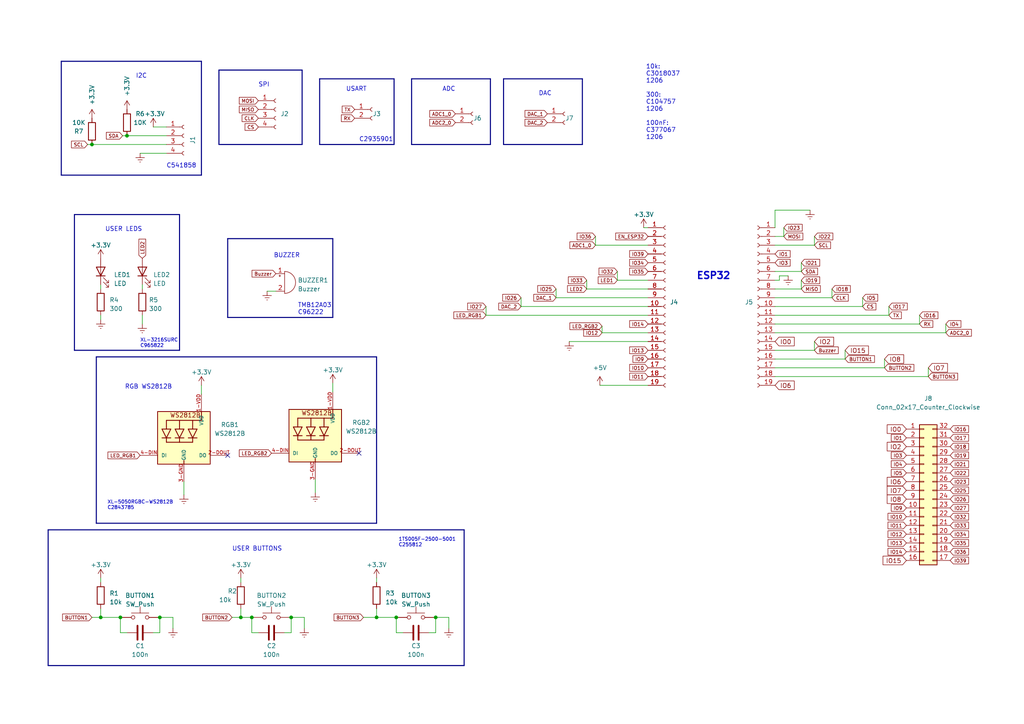
<source format=kicad_sch>
(kicad_sch (version 20230121) (generator eeschema)
  (paper "A4")
  (lib_symbols
    (symbol "Connector:Conn_01x02_Socket" (pin_names (offset 1.016) hide)
      (property "Reference" "J" (at 0 2.54 0))
      (property "Value" "Conn_01x02_Socket" (at 0 -5.08 0))
      (symbol "Conn_01x02_Socket_1_1"
        (arc (start 0 -2.032) (mid -0.5058 -2.54) (end 0 -3.048) (stroke (width 0.1524)))
        (polyline (pts (xy -1.27 -2.54) (xy -0.508 -2.54)) (stroke (width 0.1524)))
        (polyline (pts (xy -1.27 0) (xy -0.508 0)) (stroke (width 0.1524)))
        (arc (start 0 0.508) (mid -0.5058 0) (end 0 -0.508) (stroke (width 0.1524)))
        (pin passive line (at -5.08 0 0) (length 3.81) (name "Pin_1") (number "1"))
        (pin passive line (at -5.08 -2.54 0) (length 3.81) (name "Pin_2") (number "2"))
      )
    )
    (symbol "Connector:Conn_01x04_Socket" (pin_names (offset 1.016) hide)
      (property "Reference" "J" (at 0 5.08 0))
      (property "Value" "Conn_01x04_Socket" (at 0 -7.62 0))
      (symbol "Conn_01x04_Socket_1_1"
        (arc (start 0 -4.572) (mid -0.5058 -5.08) (end 0 -5.588) (stroke (width 0.1524)))
        (arc (start 0 -2.032) (mid -0.5058 -2.54) (end 0 -3.048) (stroke (width 0.1524)))
        (polyline (pts (xy -1.27 -5.08) (xy -0.508 -5.08)) (stroke (width 0.1524)))
        (polyline (pts (xy -1.27 -2.54) (xy -0.508 -2.54)) (stroke (width 0.1524)))
        (polyline (pts (xy -1.27 0) (xy -0.508 0)) (stroke (width 0.1524)))
        (polyline (pts (xy -1.27 2.54) (xy -0.508 2.54)) (stroke (width 0.1524)))
        (arc (start 0 0.508) (mid -0.5058 0) (end 0 -0.508) (stroke (width 0.1524)))
        (arc (start 0 3.048) (mid -0.5058 2.54) (end 0 2.032) (stroke (width 0.1524)))
        (pin passive line (at -5.08 2.54 0) (length 3.81) (name "Pin_1") (number "1"))
        (pin passive line (at -5.08 0 0) (length 3.81) (name "Pin_2") (number "2"))
        (pin passive line (at -5.08 -2.54 0) (length 3.81) (name "Pin_3") (number "3"))
        (pin passive line (at -5.08 -5.08 0) (length 3.81) (name "Pin_4") (number "4"))
      )
    )
    (symbol "Connector:Conn_01x19_Socket" (pin_names (offset 1.016) hide)
      (property "Reference" "J" (at 0 25.4 0))
      (property "Value" "Conn_01x19_Socket" (at 0 -25.4 0))
      (symbol "Conn_01x19_Socket_1_1"
        (arc (start 0 -22.352) (mid -0.5058 -22.86) (end 0 -23.368) (stroke (width 0.1524)))
        (arc (start 0 -19.812) (mid -0.5058 -20.32) (end 0 -20.828) (stroke (width 0.1524)))
        (arc (start 0 -17.272) (mid -0.5058 -17.78) (end 0 -18.288) (stroke (width 0.1524)))
        (arc (start 0 -14.732) (mid -0.5058 -15.24) (end 0 -15.748) (stroke (width 0.1524)))
        (arc (start 0 -12.192) (mid -0.5058 -12.7) (end 0 -13.208) (stroke (width 0.1524)))
        (arc (start 0 -9.652) (mid -0.5058 -10.16) (end 0 -10.668) (stroke (width 0.1524)))
        (arc (start 0 -7.112) (mid -0.5058 -7.62) (end 0 -8.128) (stroke (width 0.1524)))
        (arc (start 0 -4.572) (mid -0.5058 -5.08) (end 0 -5.588) (stroke (width 0.1524)))
        (arc (start 0 -2.032) (mid -0.5058 -2.54) (end 0 -3.048) (stroke (width 0.1524)))
        (polyline (pts (xy -1.27 -22.86) (xy -0.508 -22.86)) (stroke (width 0.1524)))
        (polyline (pts (xy -1.27 -20.32) (xy -0.508 -20.32)) (stroke (width 0.1524)))
        (polyline (pts (xy -1.27 -17.78) (xy -0.508 -17.78)) (stroke (width 0.1524)))
        (polyline (pts (xy -1.27 -15.24) (xy -0.508 -15.24)) (stroke (width 0.1524)))
        (polyline (pts (xy -1.27 -12.7) (xy -0.508 -12.7)) (stroke (width 0.1524)))
        (polyline (pts (xy -1.27 -10.16) (xy -0.508 -10.16)) (stroke (width 0.1524)))
        (polyline (pts (xy -1.27 -7.62) (xy -0.508 -7.62)) (stroke (width 0.1524)))
        (polyline (pts (xy -1.27 -5.08) (xy -0.508 -5.08)) (stroke (width 0.1524)))
        (polyline (pts (xy -1.27 -2.54) (xy -0.508 -2.54)) (stroke (width 0.1524)))
        (polyline (pts (xy -1.27 0) (xy -0.508 0)) (stroke (width 0.1524)))
        (polyline (pts (xy -1.27 2.54) (xy -0.508 2.54)) (stroke (width 0.1524)))
        (polyline (pts (xy -1.27 5.08) (xy -0.508 5.08)) (stroke (width 0.1524)))
        (polyline (pts (xy -1.27 7.62) (xy -0.508 7.62)) (stroke (width 0.1524)))
        (polyline (pts (xy -1.27 10.16) (xy -0.508 10.16)) (stroke (width 0.1524)))
        (polyline (pts (xy -1.27 12.7) (xy -0.508 12.7)) (stroke (width 0.1524)))
        (polyline (pts (xy -1.27 15.24) (xy -0.508 15.24)) (stroke (width 0.1524)))
        (polyline (pts (xy -1.27 17.78) (xy -0.508 17.78)) (stroke (width 0.1524)))
        (polyline (pts (xy -1.27 20.32) (xy -0.508 20.32)) (stroke (width 0.1524)))
        (polyline (pts (xy -1.27 22.86) (xy -0.508 22.86)) (stroke (width 0.1524)))
        (arc (start 0 0.508) (mid -0.5058 0) (end 0 -0.508) (stroke (width 0.1524)))
        (arc (start 0 3.048) (mid -0.5058 2.54) (end 0 2.032) (stroke (width 0.1524)))
        (arc (start 0 5.588) (mid -0.5058 5.08) (end 0 4.572) (stroke (width 0.1524)))
        (arc (start 0 8.128) (mid -0.5058 7.62) (end 0 7.112) (stroke (width 0.1524)))
        (arc (start 0 10.668) (mid -0.5058 10.16) (end 0 9.652) (stroke (width 0.1524)))
        (arc (start 0 13.208) (mid -0.5058 12.7) (end 0 12.192) (stroke (width 0.1524)))
        (arc (start 0 15.748) (mid -0.5058 15.24) (end 0 14.732) (stroke (width 0.1524)))
        (arc (start 0 18.288) (mid -0.5058 17.78) (end 0 17.272) (stroke (width 0.1524)))
        (arc (start 0 20.828) (mid -0.5058 20.32) (end 0 19.812) (stroke (width 0.1524)))
        (arc (start 0 23.368) (mid -0.5058 22.86) (end 0 22.352) (stroke (width 0.1524)))
        (pin passive line (at -5.08 22.86 0) (length 3.81) (name "Pin_1") (number "1"))
        (pin passive line (at -5.08 0 0) (length 3.81) (name "Pin_10") (number "10"))
        (pin passive line (at -5.08 -2.54 0) (length 3.81) (name "Pin_11") (number "11"))
        (pin passive line (at -5.08 -5.08 0) (length 3.81) (name "Pin_12") (number "12"))
        (pin passive line (at -5.08 -7.62 0) (length 3.81) (name "Pin_13") (number "13"))
        (pin passive line (at -5.08 -10.16 0) (length 3.81) (name "Pin_14") (number "14"))
        (pin passive line (at -5.08 -12.7 0) (length 3.81) (name "Pin_15") (number "15"))
        (pin passive line (at -5.08 -15.24 0) (length 3.81) (name "Pin_16") (number "16"))
        (pin passive line (at -5.08 -17.78 0) (length 3.81) (name "Pin_17") (number "17"))
        (pin passive line (at -5.08 -20.32 0) (length 3.81) (name "Pin_18") (number "18"))
        (pin passive line (at -5.08 -22.86 0) (length 3.81) (name "Pin_19") (number "19"))
        (pin passive line (at -5.08 20.32 0) (length 3.81) (name "Pin_2") (number "2"))
        (pin passive line (at -5.08 17.78 0) (length 3.81) (name "Pin_3") (number "3"))
        (pin passive line (at -5.08 15.24 0) (length 3.81) (name "Pin_4") (number "4"))
        (pin passive line (at -5.08 12.7 0) (length 3.81) (name "Pin_5") (number "5"))
        (pin passive line (at -5.08 10.16 0) (length 3.81) (name "Pin_6") (number "6"))
        (pin passive line (at -5.08 7.62 0) (length 3.81) (name "Pin_7") (number "7"))
        (pin passive line (at -5.08 5.08 0) (length 3.81) (name "Pin_8") (number "8"))
        (pin passive line (at -5.08 2.54 0) (length 3.81) (name "Pin_9") (number "9"))
      )
    )
    (symbol "Connector_Generic:Conn_02x16_Counter_Clockwise" (pin_names (offset 1.016) hide)
      (property "Reference" "J" (at 1.27 20.32 0))
      (property "Value" "Conn_02x16_Counter_Clockwise" (at 1.27 -22.86 0))
      (symbol "Conn_02x16_Counter_Clockwise_1_1"
        (rectangle (start -1.27 -20.193) (end 0 -20.447) (stroke (width 0.1524)))
        (rectangle (start -1.27 -17.653) (end 0 -17.907) (stroke (width 0.1524)))
        (rectangle (start -1.27 -15.113) (end 0 -15.367) (stroke (width 0.1524)))
        (rectangle (start -1.27 -12.573) (end 0 -12.827) (stroke (width 0.1524)))
        (rectangle (start -1.27 -10.033) (end 0 -10.287) (stroke (width 0.1524)))
        (rectangle (start -1.27 -7.493) (end 0 -7.747) (stroke (width 0.1524)))
        (rectangle (start -1.27 -4.953) (end 0 -5.207) (stroke (width 0.1524)))
        (rectangle (start -1.27 -2.413) (end 0 -2.667) (stroke (width 0.1524)))
        (rectangle (start -1.27 0.127) (end 0 -0.127) (stroke (width 0.1524)))
        (rectangle (start -1.27 2.667) (end 0 2.413) (stroke (width 0.1524)))
        (rectangle (start -1.27 5.207) (end 0 4.953) (stroke (width 0.1524)))
        (rectangle (start -1.27 7.747) (end 0 7.493) (stroke (width 0.1524)))
        (rectangle (start -1.27 10.287) (end 0 10.033) (stroke (width 0.1524)))
        (rectangle (start -1.27 12.827) (end 0 12.573) (stroke (width 0.1524)))
        (rectangle (start -1.27 15.367) (end 0 15.113) (stroke (width 0.1524)))
        (rectangle (start -1.27 17.907) (end 0 17.653) (stroke (width 0.1524)))
        (rectangle (start -1.27 19.05) (end 3.81 -21.59) (stroke (width 0.254)) (fill (type background)))
        (rectangle (start 3.81 -20.193) (end 2.54 -20.447) (stroke (width 0.1524)))
        (rectangle (start 3.81 -17.653) (end 2.54 -17.907) (stroke (width 0.1524)))
        (rectangle (start 3.81 -15.113) (end 2.54 -15.367) (stroke (width 0.1524)))
        (rectangle (start 3.81 -12.573) (end 2.54 -12.827) (stroke (width 0.1524)))
        (rectangle (start 3.81 -10.033) (end 2.54 -10.287) (stroke (width 0.1524)))
        (rectangle (start 3.81 -7.493) (end 2.54 -7.747) (stroke (width 0.1524)))
        (rectangle (start 3.81 -4.953) (end 2.54 -5.207) (stroke (width 0.1524)))
        (rectangle (start 3.81 -2.413) (end 2.54 -2.667) (stroke (width 0.1524)))
        (rectangle (start 3.81 0.127) (end 2.54 -0.127) (stroke (width 0.1524)))
        (rectangle (start 3.81 2.667) (end 2.54 2.413) (stroke (width 0.1524)))
        (rectangle (start 3.81 5.207) (end 2.54 4.953) (stroke (width 0.1524)))
        (rectangle (start 3.81 7.747) (end 2.54 7.493) (stroke (width 0.1524)))
        (rectangle (start 3.81 10.287) (end 2.54 10.033) (stroke (width 0.1524)))
        (rectangle (start 3.81 12.827) (end 2.54 12.573) (stroke (width 0.1524)))
        (rectangle (start 3.81 15.367) (end 2.54 15.113) (stroke (width 0.1524)))
        (rectangle (start 3.81 17.907) (end 2.54 17.653) (stroke (width 0.1524)))
        (pin passive line (at -5.08 17.78 0) (length 3.81) (name "Pin_1") (number "1"))
        (pin passive line (at -5.08 -5.08 0) (length 3.81) (name "Pin_10") (number "10"))
        (pin passive line (at -5.08 -7.62 0) (length 3.81) (name "Pin_11") (number "11"))
        (pin passive line (at -5.08 -10.16 0) (length 3.81) (name "Pin_12") (number "12"))
        (pin passive line (at -5.08 -12.7 0) (length 3.81) (name "Pin_13") (number "13"))
        (pin passive line (at -5.08 -15.24 0) (length 3.81) (name "Pin_14") (number "14"))
        (pin passive line (at -5.08 -17.78 0) (length 3.81) (name "Pin_15") (number "15"))
        (pin passive line (at -5.08 -20.32 0) (length 3.81) (name "Pin_16") (number "16"))
        (pin passive line (at 7.62 -20.32 180) (length 3.81) (name "Pin_17") (number "17"))
        (pin passive line (at 7.62 -17.78 180) (length 3.81) (name "Pin_18") (number "18"))
        (pin passive line (at 7.62 -15.24 180) (length 3.81) (name "Pin_19") (number "19"))
        (pin passive line (at -5.08 15.24 0) (length 3.81) (name "Pin_2") (number "2"))
        (pin passive line (at 7.62 -12.7 180) (length 3.81) (name "Pin_20") (number "20"))
        (pin passive line (at 7.62 -10.16 180) (length 3.81) (name "Pin_21") (number "21"))
        (pin passive line (at 7.62 -7.62 180) (length 3.81) (name "Pin_22") (number "22"))
        (pin passive line (at 7.62 -5.08 180) (length 3.81) (name "Pin_23") (number "23"))
        (pin passive line (at 7.62 -2.54 180) (length 3.81) (name "Pin_24") (number "24"))
        (pin passive line (at 7.62 0 180) (length 3.81) (name "Pin_25") (number "25"))
        (pin passive line (at 7.62 2.54 180) (length 3.81) (name "Pin_26") (number "26"))
        (pin passive line (at 7.62 5.08 180) (length 3.81) (name "Pin_27") (number "27"))
        (pin passive line (at 7.62 7.62 180) (length 3.81) (name "Pin_28") (number "28"))
        (pin passive line (at 7.62 10.16 180) (length 3.81) (name "Pin_29") (number "29"))
        (pin passive line (at -5.08 12.7 0) (length 3.81) (name "Pin_3") (number "3"))
        (pin passive line (at 7.62 12.7 180) (length 3.81) (name "Pin_30") (number "30"))
        (pin passive line (at 7.62 15.24 180) (length 3.81) (name "Pin_31") (number "31"))
        (pin passive line (at 7.62 17.78 180) (length 3.81) (name "Pin_32") (number "32"))
        (pin passive line (at -5.08 10.16 0) (length 3.81) (name "Pin_4") (number "4"))
        (pin passive line (at -5.08 7.62 0) (length 3.81) (name "Pin_5") (number "5"))
        (pin passive line (at -5.08 5.08 0) (length 3.81) (name "Pin_6") (number "6"))
        (pin passive line (at -5.08 2.54 0) (length 3.81) (name "Pin_7") (number "7"))
        (pin passive line (at -5.08 0 0) (length 3.81) (name "Pin_8") (number "8"))
        (pin passive line (at -5.08 -2.54 0) (length 3.81) (name "Pin_9") (number "9"))
      )
    )
    (symbol "Device:Buzzer" (pin_names (offset 0.0254) hide)
      (property "Reference" "BZ" (at 3.81 1.27 0))
      (property "Value" "Buzzer" (at 3.81 -1.27 0))
      (symbol "Buzzer_0_1"
        (arc (start 0 -3.175) (mid 3.1612 0) (end 0 3.175))
        (polyline (pts (xy -1.651 1.905) (xy -1.143 1.905)))
        (polyline (pts (xy -1.397 2.159) (xy -1.397 1.651)))
        (polyline (pts (xy 0 3.175) (xy 0 -3.175)))
      )
      (symbol "Buzzer_1_1"
        (pin passive line (at -2.54 2.54 0) (length 2.54) (name "-") (number "1"))
        (pin passive line (at -2.54 -2.54 0) (length 2.54) (name "+") (number "2"))
      )
    )
    (symbol "Device:C" (pin_numbers hide) (pin_names (offset 0.254))
      (property "Reference" "C" (at 0.635 2.54 0))
      (property "Value" "C" (at 0.635 -2.54 0))
      (symbol "C_0_1"
        (polyline (pts (xy -2.032 -0.762) (xy 2.032 -0.762)) (stroke (width 0.508)))
        (polyline (pts (xy -2.032 0.762) (xy 2.032 0.762)) (stroke (width 0.508)))
      )
      (symbol "C_1_1"
        (pin passive line (at 0 3.81 270) (length 2.794) (name "~") (number "1"))
        (pin passive line (at 0 -3.81 90) (length 2.794) (name "~") (number "2"))
      )
    )
    (symbol "Device:LED" (pin_numbers hide) (pin_names (offset 1.016) hide)
      (property "Reference" "D" (at 0 2.54 0))
      (property "Value" "LED" (at 0 -2.54 0))
      (symbol "LED_0_1"
        (polyline (pts (xy -1.27 -1.27) (xy -1.27 1.27)) (stroke (width 0.254)))
        (polyline (pts (xy -1.27 0) (xy 1.27 0)))
        (polyline (pts (xy 1.27 -1.27) (xy 1.27 1.27) (xy -1.27 0) (xy 1.27 -1.27)) (stroke (width 0.254)))
        (polyline (pts (xy -3.048 -0.762) (xy -4.572 -2.286) (xy -3.81 -2.286) (xy -4.572 -2.286) (xy -4.572 -1.524)))
        (polyline (pts (xy -1.778 -0.762) (xy -3.302 -2.286) (xy -2.54 -2.286) (xy -3.302 -2.286) (xy -3.302 -1.524)))
      )
      (symbol "LED_1_1"
        (pin passive line (at -3.81 0 0) (length 2.54) (name "K") (number "1"))
        (pin passive line (at 3.81 0 180) (length 2.54) (name "A") (number "2"))
      )
    )
    (symbol "Device:R" (pin_numbers hide) (pin_names (offset 0))
      (property "Reference" "R" (at 2.032 0 90))
      (property "Value" "R" (at 0 0 90))
      (symbol "R_0_1"
        (rectangle (start -1.016 -2.54) (end 1.016 2.54) (stroke (width 0.254)))
      )
      (symbol "R_1_1"
        (pin passive line (at 0 3.81 270) (length 1.27) (name "~") (number "1"))
        (pin passive line (at 0 -3.81 90) (length 1.27) (name "~") (number "2"))
      )
    )
    (symbol "Switch:SW_Push" (pin_numbers hide) (pin_names (offset 1.016) hide)
      (property "Reference" "SW" (at 1.27 2.54 0))
      (property "Value" "SW_Push" (at 0 -1.524 0))
      (symbol "SW_Push_0_1"
        (circle (center -2.032 0) (radius 0.508))
        (polyline (pts (xy 0 1.27) (xy 0 3.048)))
        (polyline (pts (xy 2.54 1.27) (xy -2.54 1.27)))
        (circle (center 2.032 0) (radius 0.508))
        (pin passive line (at -5.08 0 0) (length 2.54) (name "1") (number "1"))
        (pin passive line (at 5.08 0 180) (length 2.54) (name "2") (number "2"))
      )
    )
    (symbol "WS2812B:WS2812B" (pin_names (offset 1.016))
      (property "Reference" "LED" (at 0 0 0))
      (property "Value" "WS2812B" (at 0 0 0))
      (symbol "WS2812B_0_0"
        (rectangle (start -7.62 -5.08) (end 7.62 10.16) (stroke (width 0.254)) (fill (type background)))
        (polyline (pts (xy -6.35 2.54) (xy -5.08 2.54)) (stroke (width 0.254)))
        (polyline (pts (xy -6.35 5.08) (xy -5.08 5.08)) (stroke (width 0.254)))
        (polyline (pts (xy -5.08 2.54) (xy -6.35 5.08)) (stroke (width 0.254)))
        (polyline (pts (xy -5.08 2.54) (xy -5.08 1.27)) (stroke (width 0.254)))
        (polyline (pts (xy -5.08 2.54) (xy -3.81 5.08)) (stroke (width 0.254)))
        (polyline (pts (xy -5.08 5.08) (xy -3.81 5.08)) (stroke (width 0.254)))
        (polyline (pts (xy -5.08 7.62) (xy -5.08 5.08)) (stroke (width 0.254)))
        (polyline (pts (xy -3.81 2.54) (xy -5.08 2.54)) (stroke (width 0.254)))
        (polyline (pts (xy -2.54 2.54) (xy -1.27 2.54)) (stroke (width 0.254)))
        (polyline (pts (xy -2.54 5.08) (xy 0 5.08)) (stroke (width 0.254)))
        (polyline (pts (xy -1.27 1.27) (xy -5.08 1.27)) (stroke (width 0.254)))
        (polyline (pts (xy -1.27 2.54) (xy -2.54 5.08)) (stroke (width 0.254)))
        (polyline (pts (xy -1.27 2.54) (xy -1.27 1.27)) (stroke (width 0.254)))
        (polyline (pts (xy -1.27 2.54) (xy 0 2.54)) (stroke (width 0.254)))
        (polyline (pts (xy -1.27 5.08) (xy -1.27 7.62)) (stroke (width 0.254)))
        (polyline (pts (xy -1.27 7.62) (xy -5.08 7.62)) (stroke (width 0.254)))
        (polyline (pts (xy 0 -4.064) (xy 0 -5.08)) (stroke (width 0.254)))
        (polyline (pts (xy 0 5.08) (xy -1.27 2.54)) (stroke (width 0.254)))
        (polyline (pts (xy 1.27 5.08) (xy 2.54 2.54)) (stroke (width 0.254)))
        (polyline (pts (xy 1.27 5.08) (xy 2.54 5.08)) (stroke (width 0.254)))
        (polyline (pts (xy 2.54 1.27) (xy -1.27 1.27)) (stroke (width 0.254)))
        (polyline (pts (xy 2.54 2.54) (xy 1.27 2.54)) (stroke (width 0.254)))
        (polyline (pts (xy 2.54 2.54) (xy 2.54 1.27)) (stroke (width 0.254)))
        (polyline (pts (xy 2.54 2.54) (xy 3.81 2.54)) (stroke (width 0.254)))
        (polyline (pts (xy 2.54 2.54) (xy 3.81 5.08)) (stroke (width 0.254)))
        (polyline (pts (xy 2.54 5.08) (xy 2.54 7.62)) (stroke (width 0.254)))
        (polyline (pts (xy 2.54 7.62) (xy -1.27 7.62)) (stroke (width 0.254)))
        (polyline (pts (xy 2.54 7.62) (xy 5.08 7.62)) (stroke (width 0.254)))
        (polyline (pts (xy 3.81 5.08) (xy 2.54 5.08)) (stroke (width 0.254)))
        (polyline (pts (xy 5.08 10.16) (xy 5.08 7.62)) (stroke (width 0.254)))
        (text "WS2812B" (at -4.064 8.382 0) (effects (font (size 1.27 1.27)) (justify left bottom)))
        (pin power_in line (at 5.08 15.24 270) (length 5.08) (name "VDD") (number "1-VDD"))
        (pin output line (at 12.7 -2.54 180) (length 5.08) (name "DO") (number "2-DOUT"))
        (pin power_in line (at 0 -10.16 90) (length 5.08) (name "GND") (number "3-GND"))
        (pin input line (at -12.7 -2.54 0) (length 5.08) (name "DI") (number "4-DIN"))
      )
    )
    (symbol "power:+3.3V" (power) (pin_names (offset 0))
      (property "Value" "+3.3V" (at 0 3.556 0))
      (symbol "+3.3V_0_1"
        (polyline (pts (xy -0.762 1.27) (xy 0 2.54)))
        (polyline (pts (xy 0 0) (xy 0 2.54)))
        (polyline (pts (xy 0 2.54) (xy 0.762 1.27)))
      )
      (symbol "+3.3V_1_1"
        (pin power_in line (at 0 0 90) (length 0) hide (name "+3.3V") (number "1"))
      )
    )
    (symbol "power:+5V" (power) (pin_names (offset 0))
      (property "Value" "+5V" (at 0 3.556 0))
      (symbol "+5V_0_1"
        (polyline (pts (xy -0.762 1.27) (xy 0 2.54)))
        (polyline (pts (xy 0 0) (xy 0 2.54)))
        (polyline (pts (xy 0 2.54) (xy 0.762 1.27)))
      )
      (symbol "+5V_1_1"
        (pin power_in line (at 0 0 90) (length 0) hide (name "+5V") (number "1"))
      )
    )
    (symbol "power:Earth" (power) (pin_names (offset 0))
      (symbol "Earth_0_1"
        (polyline (pts (xy -0.635 -1.905) (xy 0.635 -1.905)))
        (polyline (pts (xy -0.127 -2.54) (xy 0.127 -2.54)))
        (polyline (pts (xy 0 -1.27) (xy 0 0)))
        (polyline (pts (xy 1.27 -1.27) (xy -1.27 -1.27)))
      )
      (symbol "Earth_1_1"
        (pin power_in line (at 0 0 270) (length 0) hide (name "Earth") (number "1"))
      )
    )
  )
  (junction (at 34.925 179.07))
  (junction (at 29.21 179.07))
  (junction (at 73.025 179.07))
  (junction (at 69.85 179.07))
  (junction (at 26.67 41.91))
  (junction (at 109.22 179.07))
  (junction (at 84.455 179.07))
  (junction (at 114.935 179.07))
  (junction (at 36.83 39.37))
  (junction (at 46.355 179.07))
  (junction (at 126.365 179.07))
  (no_connect (at 104.14 131.445))
  (no_connect (at 66.04 132.08))
  (wire (pts (xy 109.22 167.64) (xy 109.22 168.91)))
  (wire (pts (xy 224.79 60.96) (xy 224.79 66.04)))
  (wire (pts (xy 29.21 91.44) (xy 29.21 92.71)))
  (bus (pts (xy 109.22 151.765) (xy 109.22 103.505)))
  (bus (pts (xy 119.38 41.91) (xy 142.24 41.91)))
  (wire (pts (xy 84.455 179.07) (xy 83.82 179.07)))
  (wire (pts (xy 172.72 71.12) (xy 187.96 71.12)))
  (wire (pts (xy 114.935 179.07) (xy 115.57 179.07)))
  (wire (pts (xy 109.22 176.53) (xy 109.22 179.07)))
  (wire (pts (xy 29.21 176.53) (xy 29.21 179.07)))
  (wire (pts (xy 58.42 111.76) (xy 58.42 114.3)))
  (wire (pts (xy 109.22 179.07) (xy 114.935 179.07)))
  (wire (pts (xy 34.925 179.07) (xy 34.925 183.515)))
  (bus (pts (xy 27.94 103.505) (xy 109.22 103.505)))
  (wire (pts (xy 228.6 80.01) (xy 226.06 80.01)))
  (wire (pts (xy 140.97 91.44) (xy 187.96 91.44)))
  (wire (pts (xy 174.625 94.615) (xy 174.625 96.52)))
  (bus (pts (xy 96.52 69.215) (xy 66.04 69.215)))
  (bus (pts (xy 52.07 62.23) (xy 52.07 101.6)))
  (wire (pts (xy 46.355 179.07) (xy 45.72 179.07)))
  (wire (pts (xy 227.33 68.58) (xy 224.79 68.58)))
  (wire (pts (xy 48.26 44.45) (xy 40.64 44.45)))
  (wire (pts (xy 226.06 81.28) (xy 224.79 81.28)))
  (wire (pts (xy 53.34 143.51) (xy 53.34 139.7)))
  (bus (pts (xy 21.59 62.23) (xy 21.59 101.6)))
  (wire (pts (xy 241.3 86.36) (xy 224.79 86.36)))
  (wire (pts (xy 245.11 101.6) (xy 245.11 104.14)))
  (bus (pts (xy 17.78 17.78) (xy 58.42 17.78)))
  (bus (pts (xy 13.97 153.67) (xy 13.97 193.04)))
  (wire (pts (xy 236.22 101.6) (xy 224.79 101.6)))
  (bus (pts (xy 92.71 41.91) (xy 114.3 41.91)))
  (bus (pts (xy 168.91 22.86) (xy 168.91 41.91)))
  (wire (pts (xy 29.21 82.55) (xy 29.21 83.82)))
  (wire (pts (xy 73.025 179.07) (xy 73.025 183.515)))
  (bus (pts (xy 146.05 41.91) (xy 168.91 41.91)))
  (wire (pts (xy 172.72 68.58) (xy 172.72 71.12)))
  (wire (pts (xy 227.33 66.04) (xy 227.33 68.58)))
  (wire (pts (xy 226.06 80.01) (xy 226.06 81.28)))
  (bus (pts (xy 21.59 101.6) (xy 52.07 101.6)))
  (wire (pts (xy 114.935 179.07) (xy 114.935 183.515)))
  (bus (pts (xy 142.24 22.86) (xy 119.38 22.86)))
  (wire (pts (xy 36.83 183.515) (xy 34.925 183.515)))
  (wire (pts (xy 179.07 78.74) (xy 179.07 81.28)))
  (bus (pts (xy 58.42 50.8) (xy 58.42 17.78)))
  (wire (pts (xy 236.22 99.06) (xy 236.22 101.6)))
  (wire (pts (xy 46.355 183.515) (xy 46.355 179.07)))
  (wire (pts (xy 69.85 179.07) (xy 73.025 179.07)))
  (bus (pts (xy 66.04 92.075) (xy 96.52 92.075)))
  (wire (pts (xy 126.365 183.515) (xy 126.365 179.07)))
  (wire (pts (xy 266.7 91.44) (xy 266.7 93.98)))
  (wire (pts (xy 232.41 83.82) (xy 224.79 83.82)))
  (wire (pts (xy 41.275 91.44) (xy 41.275 93.98)))
  (bus (pts (xy 96.52 69.215) (xy 96.52 92.075)))
  (wire (pts (xy 26.67 179.07) (xy 29.21 179.07)))
  (bus (pts (xy 119.38 22.86) (xy 119.38 41.91)))
  (wire (pts (xy 74.93 183.515) (xy 73.025 183.515)))
  (wire (pts (xy 232.41 81.28) (xy 232.41 83.82)))
  (wire (pts (xy 34.925 179.07) (xy 35.56 179.07)))
  (wire (pts (xy 29.21 167.64) (xy 29.21 168.91)))
  (wire (pts (xy 26.67 41.91) (xy 48.26 41.91)))
  (wire (pts (xy 35.56 39.37) (xy 36.83 39.37)))
  (wire (pts (xy 69.85 167.64) (xy 69.85 168.91)))
  (wire (pts (xy 29.21 179.07) (xy 34.925 179.07)))
  (wire (pts (xy 151.13 88.9) (xy 187.96 88.9)))
  (wire (pts (xy 82.55 183.515) (xy 84.455 183.515)))
  (bus (pts (xy 13.97 193.04) (xy 134.62 193.04)))
  (bus (pts (xy 66.04 69.215) (xy 66.04 92.075)))
  (bus (pts (xy 134.62 153.67) (xy 134.62 193.04)))
  (wire (pts (xy 236.22 71.12) (xy 224.79 71.12)))
  (bus (pts (xy 142.24 22.86) (xy 142.24 41.91)))
  (wire (pts (xy 151.13 86.36) (xy 151.13 88.9)))
  (wire (pts (xy 250.19 88.9) (xy 224.79 88.9)))
  (wire (pts (xy 245.11 104.14) (xy 224.79 104.14)))
  (bus (pts (xy 134.62 153.67) (xy 13.97 153.67)))
  (wire (pts (xy 50.165 179.07) (xy 46.355 179.07)))
  (wire (pts (xy 250.19 86.36) (xy 250.19 88.9)))
  (wire (pts (xy 41.275 82.55) (xy 41.275 83.82)))
  (bus (pts (xy 17.78 50.8) (xy 58.42 50.8)))
  (wire (pts (xy 25.4 41.91) (xy 26.67 41.91)))
  (wire (pts (xy 124.46 183.515) (xy 126.365 183.515)))
  (bus (pts (xy 17.78 17.78) (xy 17.78 50.8)))
  (wire (pts (xy 73.025 179.07) (xy 73.66 179.07)))
  (wire (pts (xy 140.97 88.9) (xy 140.97 91.44)))
  (bus (pts (xy 114.3 22.86) (xy 114.3 41.91)))
  (wire (pts (xy 266.7 93.98) (xy 224.79 93.98)))
  (wire (pts (xy 179.07 81.28) (xy 187.96 81.28)))
  (wire (pts (xy 105.41 179.07) (xy 109.22 179.07)))
  (wire (pts (xy 67.31 179.07) (xy 69.85 179.07)))
  (wire (pts (xy 257.81 88.9) (xy 257.81 91.44)))
  (wire (pts (xy 44.45 183.515) (xy 46.355 183.515)))
  (bus (pts (xy 92.71 22.86) (xy 92.71 41.91)))
  (wire (pts (xy 161.29 83.82) (xy 161.29 86.36)))
  (wire (pts (xy 48.26 36.83) (xy 44.45 36.83)))
  (wire (pts (xy 256.54 106.68) (xy 224.79 106.68)))
  (wire (pts (xy 241.3 83.82) (xy 241.3 86.36)))
  (wire (pts (xy 69.85 176.53) (xy 69.85 179.07)))
  (wire (pts (xy 170.18 81.28) (xy 170.18 83.82)))
  (wire (pts (xy 224.79 60.96) (xy 234.95 60.96)))
  (wire (pts (xy 256.54 104.14) (xy 256.54 106.68)))
  (wire (pts (xy 161.29 86.36) (xy 187.96 86.36)))
  (wire (pts (xy 173.99 111.76) (xy 187.96 111.76)))
  (bus (pts (xy 63.5 20.32) (xy 87.63 20.32)))
  (wire (pts (xy 48.26 39.37) (xy 36.83 39.37)))
  (bus (pts (xy 87.63 41.91) (xy 87.63 20.32)))
  (wire (pts (xy 130.175 182.245) (xy 130.175 179.07)))
  (wire (pts (xy 269.24 109.22) (xy 224.79 109.22)))
  (bus (pts (xy 63.5 41.91) (xy 87.63 41.91)))
  (wire (pts (xy 84.455 183.515) (xy 84.455 179.07)))
  (wire (pts (xy 274.32 93.98) (xy 274.32 96.52)))
  (bus (pts (xy 168.91 22.86) (xy 146.05 22.86)))
  (wire (pts (xy 269.24 106.68) (xy 269.24 109.22)))
  (wire (pts (xy 50.165 182.245) (xy 50.165 179.07)))
  (bus (pts (xy 63.5 20.32) (xy 63.5 41.91)))
  (wire (pts (xy 224.79 91.44) (xy 257.81 91.44)))
  (bus (pts (xy 27.94 151.765) (xy 109.22 151.765)))
  (wire (pts (xy 174.625 96.52) (xy 187.96 96.52)))
  (wire (pts (xy 130.175 179.07) (xy 126.365 179.07)))
  (wire (pts (xy 88.265 179.07) (xy 84.455 179.07)))
  (wire (pts (xy 96.52 111.125) (xy 96.52 113.665)))
  (wire (pts (xy 170.18 83.82) (xy 187.96 83.82)))
  (wire (pts (xy 88.265 182.245) (xy 88.265 179.07)))
  (wire (pts (xy 232.41 76.2) (xy 232.41 78.74)))
  (wire (pts (xy 236.22 68.58) (xy 236.22 71.12)))
  (bus (pts (xy 146.05 22.86) (xy 146.05 41.91)))
  (wire (pts (xy 186.69 66.04) (xy 187.96 66.04)))
  (wire (pts (xy 77.47 84.455) (xy 80.01 84.455)))
  (wire (pts (xy 126.365 179.07) (xy 125.73 179.07)))
  (wire (pts (xy 91.44 142.875) (xy 91.44 139.065)))
  (bus (pts (xy 27.94 103.505) (xy 27.94 151.765)))
  (wire (pts (xy 232.41 78.74) (xy 224.79 78.74)))
  (bus (pts (xy 52.07 62.23) (xy 21.59 62.23)))
  (wire (pts (xy 116.84 183.515) (xy 114.935 183.515)))
  (wire (pts (xy 165.1 99.06) (xy 187.96 99.06)))
  (bus (pts (xy 114.3 22.86) (xy 92.71 22.86)))
  (wire (pts (xy 224.79 96.52) (xy 274.32 96.52)))
  (text "ADC" (at 128.27 26.67 0) (effects (font (size 1.27 1.27)) (justify left bottom)))
  (text "TMB12A03\nC96222" (at 86.36 91.44 0) (effects (font (size 1.27 1.27)) (justify left bottom)))
  (text "DAC" (at 156.21 27.94 0) (effects (font (size 1.27 1.27)) (justify left bottom)))
  (text "1TS005F-2500-5001\nC255812" (at 115.57 158.75 0) (effects (font (size 1 1)) (justify left bottom)))
  (text "SPI" (at 74.93 25.4 0) (effects (font (size 1.27 1.27)) (justify left bottom)))
  (text "I2C" (at 39.37 22.86 0) (effects (font (size 1.27 1.27)) (justify left bottom)))
  (text "\nXL-3216SURC\nC965822" (at 40.64 100.965 0) (effects (font (size 1 1)) (justify left bottom)))
  (text "C541858" (at 48.26 48.895 0) (effects (font (size 1.27 1.27)) (justify left bottom)))
  (text "USART" (at 100.33 26.67 0) (effects (font (size 1.27 1.27)) (justify left bottom)))
  (text "BUZZER" (at 79.375 74.93 0) (effects (font (size 1.27 1.27)) (justify left bottom)))
  (text "ESP32" (at 201.93 81.28 0) (effects (font (size 2 2) (thickness 0.4) bold) (justify left bottom)))
  (text "C2935901" (at 104.14 41.275 0) (effects (font (size 1.27 1.27)) (justify left bottom)))
  (text "USER LEDS" (at 30.48 67.31 0) (effects (font (size 1.27 1.27)) (justify left bottom)))
  (text "\nXL-5050RGBC-WS2812B\nC2843785" (at 31.115 147.955 0) (effects (font (size 1 1)) (justify left bottom)))
  (text "USER BUTTONS" (at 67.31 160.02 0) (effects (font (size 1.27 1.27)) (justify left bottom)))
  (text "10k:\nC3018037\n1206\n\n300:\nC104757\n1206\n\n100nF:\nC377067\n1206" (at 187.325 40.64 0) (effects (font (size 1.27 1.27)) (justify left bottom)))
  (text "RGB WS2812B" (at 36.195 113.03 0) (effects (font (size 1.27 1.27)) (justify left bottom)))
  (global_label "DAC_2" (shape input) (at 158.75 35.56 180) (effects (font (size 1 1))) (property "Intersheetrefs" "${INTERSHEET_REFS}" (effects hide)))
  (global_label "IO13" (shape input) (at 262.89 157.48 180) (effects (font (size 1 1))) (property "Intersheetrefs" "${INTERSHEET_REFS}" (effects hide)))
  (global_label "CS" (shape input) (at 74.93 36.83 180) (effects (font (size 1 1))) (property "Intersheetrefs" "${INTERSHEET_REFS}" (effects hide)))
  (global_label "IO21" (shape input) (at 232.41 76.2 0) (effects (font (size 1 1))) (property "Intersheetrefs" "${INTERSHEET_REFS}" (effects hide)))
  (global_label "IO26" (shape input) (at 151.13 86.36 180) (effects (font (size 1 1))) (property "Intersheetrefs" "${INTERSHEET_REFS}" (effects hide)))
  (global_label "CLK" (shape input) (at 74.93 34.29 180) (effects (font (size 1 1))) (property "Intersheetrefs" "${INTERSHEET_REFS}" (effects hide)))
  (global_label "LED_RGB2" (shape input) (at 78.74 131.445 180) (effects (font (size 1 1))) (property "Intersheetrefs" "${INTERSHEET_REFS}" (effects hide)))
  (global_label "TX" (shape input) (at 102.87 31.75 180) (effects (font (size 1 1))) (property "Intersheetrefs" "${INTERSHEET_REFS}" (effects hide)))
  (global_label "IO35" (shape input) (at 275.59 157.48 0) (effects (font (size 1 1))) (property "Intersheetrefs" "${INTERSHEET_REFS}" (effects hide)))
  (global_label "IO15" (shape input) (at 262.89 162.56 180) (property "Intersheetrefs" "${INTERSHEET_REFS}" (effects hide)))
  (global_label "IO39" (shape input) (at 275.59 162.56 0) (effects (font (size 1 1))) (property "Intersheetrefs" "${INTERSHEET_REFS}" (effects hide)))
  (global_label "IO11" (shape input) (at 187.96 109.22 180) (effects (font (size 1 1))) (property "Intersheetrefs" "${INTERSHEET_REFS}" (effects hide)))
  (global_label "IO14" (shape input) (at 262.89 160.02 180) (effects (font (size 1 1))) (property "Intersheetrefs" "${INTERSHEET_REFS}" (effects hide)))
  (global_label "MOSI" (shape input) (at 74.93 29.21 180) (effects (font (size 1 1))) (property "Intersheetrefs" "${INTERSHEET_REFS}" (effects hide)))
  (global_label "IO3" (shape input) (at 224.79 76.2 0) (effects (font (size 1 1))) (property "Intersheetrefs" "${INTERSHEET_REFS}" (effects hide)))
  (global_label "IO18" (shape input) (at 275.59 129.54 0) (effects (font (size 1 1))) (property "Intersheetrefs" "${INTERSHEET_REFS}" (effects hide)))
  (global_label "SDA" (shape input) (at 232.41 78.74 0) (effects (font (size 1 1))) (property "Intersheetrefs" "${INTERSHEET_REFS}" (effects hide)))
  (global_label "IO9" (shape input) (at 262.89 147.32 180) (effects (font (size 1 1))) (property "Intersheetrefs" "${INTERSHEET_REFS}" (effects hide)))
  (global_label "ADC1_0" (shape input) (at 172.72 71.12 180) (effects (font (size 1 1))) (property "Intersheetrefs" "${INTERSHEET_REFS}" (effects hide)))
  (global_label "LED_RGB1" (shape input) (at 40.64 132.08 180) (effects (font (size 1 1))) (property "Intersheetrefs" "${INTERSHEET_REFS}" (effects hide)))
  (global_label "IO36" (shape input) (at 172.72 68.58 180) (effects (font (size 1 1))) (property "Intersheetrefs" "${INTERSHEET_REFS}" (effects hide)))
  (global_label "BUTTON2" (shape input) (at 256.54 106.68 0) (effects (font (size 1 1))) (property "Intersheetrefs" "${INTERSHEET_REFS}" (effects hide)))
  (global_label "IO16" (shape input) (at 266.7 91.44 0) (effects (font (size 1 1))) (property "Intersheetrefs" "${INTERSHEET_REFS}" (effects hide)))
  (global_label "IO35" (shape input) (at 187.96 78.74 180) (effects (font (size 1 1))) (property "Intersheetrefs" "${INTERSHEET_REFS}" (effects hide)))
  (global_label "ADC1_0" (shape input) (at 132.08 33.02 180) (effects (font (size 1 1))) (property "Intersheetrefs" "${INTERSHEET_REFS}" (effects hide)))
  (global_label "IO3" (shape input) (at 262.89 132.08 180) (effects (font (size 1 1))) (property "Intersheetrefs" "${INTERSHEET_REFS}" (effects hide)))
  (global_label "EN_ESP32" (shape input) (at 187.96 68.58 180) (effects (font (size 1 1))) (property "Intersheetrefs" "${INTERSHEET_REFS}" (effects hide)))
  (global_label "IO1" (shape input) (at 262.89 127 180) (effects (font (size 1 1))) (property "Intersheetrefs" "${INTERSHEET_REFS}" (effects hide)))
  (global_label "CLK" (shape input) (at 241.3 86.36 0) (effects (font (size 1 1))) (property "Intersheetrefs" "${INTERSHEET_REFS}" (effects hide)))
  (global_label "IO13" (shape input) (at 187.96 101.6 180) (effects (font (size 1 1))) (property "Intersheetrefs" "${INTERSHEET_REFS}" (effects hide)))
  (global_label "LED_RGB2" (shape input) (at 174.625 94.615 180) (effects (font (size 1 1))) (property "Intersheetrefs" "${INTERSHEET_REFS}" (effects hide)))
  (global_label "IO0" (shape input) (at 262.89 124.46 180) (property "Intersheetrefs" "${INTERSHEET_REFS}" (effects hide)))
  (global_label "IO27" (shape input) (at 140.97 88.9 180) (effects (font (size 1 1))) (property "Intersheetrefs" "${INTERSHEET_REFS}" (effects hide)))
  (global_label "IO39" (shape input) (at 187.96 73.66 180) (effects (font (size 1 1))) (property "Intersheetrefs" "${INTERSHEET_REFS}" (effects hide)))
  (global_label "IO0" (shape input) (at 224.79 99.06 0) (property "Intersheetrefs" "${INTERSHEET_REFS}" (effects hide)))
  (global_label "LED_RGB1" (shape input) (at 140.97 91.44 180) (effects (font (size 1 1))) (property "Intersheetrefs" "${INTERSHEET_REFS}" (effects hide)))
  (global_label "IO5" (shape input) (at 250.19 86.36 0) (effects (font (size 1 1))) (property "Intersheetrefs" "${INTERSHEET_REFS}" (effects hide)))
  (global_label "BUTTON2" (shape input) (at 67.31 179.07 180) (effects (font (size 1 1))) (property "Intersheetrefs" "${INTERSHEET_REFS}" (effects hide)))
  (global_label "ADC2_0" (shape input) (at 274.32 96.52 0) (effects (font (size 1 1))) (property "Intersheetrefs" "${INTERSHEET_REFS}" (effects hide)))
  (global_label "BUTTON1" (shape input) (at 26.67 179.07 180) (effects (font (size 1 1))) (property "Intersheetrefs" "${INTERSHEET_REFS}" (effects hide)))
  (global_label "MISO" (shape input) (at 232.41 83.82 0) (effects (font (size 1 1))) (property "Intersheetrefs" "${INTERSHEET_REFS}" (effects hide)))
  (global_label "IO16" (shape input) (at 275.59 124.46 0) (effects (font (size 1 1))) (property "Intersheetrefs" "${INTERSHEET_REFS}" (effects hide)))
  (global_label "IO18" (shape input) (at 241.3 83.82 0) (effects (font (size 1 1))) (property "Intersheetrefs" "${INTERSHEET_REFS}" (effects hide)))
  (global_label "DAC_1" (shape input) (at 158.75 33.02 180) (effects (font (size 1 1))) (property "Intersheetrefs" "${INTERSHEET_REFS}" (effects hide)))
  (global_label "IO15" (shape input) (at 245.11 101.6 0) (property "Intersheetrefs" "${INTERSHEET_REFS}" (effects hide)))
  (global_label "BUTTON3" (shape input) (at 105.41 179.07 180) (effects (font (size 1 1))) (property "Intersheetrefs" "${INTERSHEET_REFS}" (effects hide)))
  (global_label "IO14" (shape input) (at 187.96 93.98 180) (effects (font (size 1 1))) (property "Intersheetrefs" "${INTERSHEET_REFS}" (effects hide)))
  (global_label "IO6" (shape input) (at 224.79 111.76 0) (property "Intersheetrefs" "${INTERSHEET_REFS}" (effects hide)))
  (global_label "IO19" (shape input) (at 232.41 81.28 0) (effects (font (size 1 1))) (property "Intersheetrefs" "${INTERSHEET_REFS}" (effects hide)))
  (global_label "DAC_2" (shape input) (at 151.13 88.9 180) (effects (font (size 1 1))) (property "Intersheetrefs" "${INTERSHEET_REFS}" (effects hide)))
  (global_label "IO6" (shape input) (at 262.89 139.7 180) (property "Intersheetrefs" "${INTERSHEET_REFS}" (effects hide)))
  (global_label "TX" (shape input) (at 257.81 91.44 0) (effects (font (size 1 1))) (property "Intersheetrefs" "${INTERSHEET_REFS}" (effects hide)))
  (global_label "IO4" (shape input) (at 262.89 134.62 180) (effects (font (size 1 1))) (property "Intersheetrefs" "${INTERSHEET_REFS}" (effects hide)))
  (global_label "SDA" (shape input) (at 35.56 39.37 180) (effects (font (size 1 1))) (property "Intersheetrefs" "${INTERSHEET_REFS}" (effects hide)))
  (global_label "BUTTON1" (shape input) (at 245.11 104.14 0) (effects (font (size 1 1))) (property "Intersheetrefs" "${INTERSHEET_REFS}" (effects hide)))
  (global_label "IO7" (shape input) (at 262.89 142.24 180) (property "Intersheetrefs" "${INTERSHEET_REFS}" (effects hide)))
  (global_label "IO33" (shape input) (at 275.59 152.4 0) (effects (font (size 1 1))) (property "Intersheetrefs" "${INTERSHEET_REFS}" (effects hide)))
  (global_label "IO1" (shape input) (at 224.79 73.66 0) (effects (font (size 1 1))) (property "Intersheetrefs" "${INTERSHEET_REFS}" (effects hide)))
  (global_label "IO17" (shape input) (at 275.59 127 0) (effects (font (size 1 1))) (property "Intersheetrefs" "${INTERSHEET_REFS}" (effects hide)))
  (global_label "IO19" (shape input) (at 275.59 132.08 0) (effects (font (size 1 1))) (property "Intersheetrefs" "${INTERSHEET_REFS}" (effects hide)))
  (global_label "IO32" (shape input) (at 275.59 149.86 0) (effects (font (size 1 1))) (property "Intersheetrefs" "${INTERSHEET_REFS}" (effects hide)))
  (global_label "IO2" (shape input) (at 236.22 99.06 0) (property "Intersheetrefs" "${INTERSHEET_REFS}" (effects hide)))
  (global_label "IO23" (shape input) (at 275.59 139.7 0) (effects (font (size 1 1))) (property "Intersheetrefs" "${INTERSHEET_REFS}" (effects hide)))
  (global_label "Buzzer" (shape input) (at 80.01 79.375 180) (effects (font (size 1 1))) (property "Intersheetrefs" "${INTERSHEET_REFS}" (effects hide)))
  (global_label "IO10" (shape input) (at 187.96 106.68 180) (effects (font (size 1 1))) (property "Intersheetrefs" "${INTERSHEET_REFS}" (effects hide)))
  (global_label "LED2" (shape input) (at 41.275 74.93 90) (effects (font (size 1 1))) (property "Intersheetrefs" "${INTERSHEET_REFS}" (effects hide)))
  (global_label "IO5" (shape input) (at 262.89 137.16 180) (effects (font (size 1 1))) (property "Intersheetrefs" "${INTERSHEET_REFS}" (effects hide)))
  (global_label "RX" (shape input) (at 102.87 34.29 180) (effects (font (size 1 1))) (property "Intersheetrefs" "${INTERSHEET_REFS}" (effects hide)))
  (global_label "IO21" (shape input) (at 275.59 134.62 0) (effects (font (size 1 1))) (property "Intersheetrefs" "${INTERSHEET_REFS}" (effects hide)))
  (global_label "IO23" (shape input) (at 227.33 66.04 0) (effects (font (size 1 1))) (property "Intersheetrefs" "${INTERSHEET_REFS}" (effects hide)))
  (global_label "IO32" (shape input) (at 179.07 78.74 180) (effects (font (size 1 1))) (property "Intersheetrefs" "${INTERSHEET_REFS}" (effects hide)))
  (global_label "IO22" (shape input) (at 236.22 68.58 0) (effects (font (size 1 1))) (property "Intersheetrefs" "${INTERSHEET_REFS}" (effects hide)))
  (global_label "IO33" (shape input) (at 170.18 81.28 180) (effects (font (size 1 1))) (property "Intersheetrefs" "${INTERSHEET_REFS}" (effects hide)))
  (global_label "IO17" (shape input) (at 257.81 88.9 0) (effects (font (size 1 1))) (property "Intersheetrefs" "${INTERSHEET_REFS}" (effects hide)))
  (global_label "MOSI" (shape input) (at 227.33 68.58 0) (effects (font (size 1 1))) (property "Intersheetrefs" "${INTERSHEET_REFS}" (effects hide)))
  (global_label "IO34" (shape input) (at 275.59 154.94 0) (effects (font (size 1 1))) (property "Intersheetrefs" "${INTERSHEET_REFS}" (effects hide)))
  (global_label "IO34" (shape input) (at 187.96 76.2 180) (effects (font (size 1 1))) (property "Intersheetrefs" "${INTERSHEET_REFS}" (effects hide)))
  (global_label "IO25" (shape input) (at 275.59 142.24 0) (effects (font (size 1 1))) (property "Intersheetrefs" "${INTERSHEET_REFS}" (effects hide)))
  (global_label "IO8" (shape input) (at 256.54 104.14 0) (property "Intersheetrefs" "${INTERSHEET_REFS}" (effects hide)))
  (global_label "Buzzer" (shape input) (at 236.22 101.6 0) (effects (font (size 1 1))) (property "Intersheetrefs" "${INTERSHEET_REFS}" (effects hide)))
  (global_label "BUTTON3" (shape input) (at 269.24 109.22 0) (effects (font (size 1 1))) (property "Intersheetrefs" "${INTERSHEET_REFS}" (effects hide)))
  (global_label "LED1" (shape input) (at 179.07 81.28 180) (effects (font (size 1 1))) (property "Intersheetrefs" "${INTERSHEET_REFS}" (effects hide)))
  (global_label "ADC2_0" (shape input) (at 132.08 35.56 180) (effects (font (size 1 1))) (property "Intersheetrefs" "${INTERSHEET_REFS}" (effects hide)))
  (global_label "IO12" (shape input) (at 262.89 154.94 180) (effects (font (size 1 1))) (property "Intersheetrefs" "${INTERSHEET_REFS}" (effects hide)))
  (global_label "IO7" (shape input) (at 269.24 106.68 0) (property "Intersheetrefs" "${INTERSHEET_REFS}" (effects hide)))
  (global_label "IO9" (shape input) (at 187.96 104.14 180) (effects (font (size 1 1))) (property "Intersheetrefs" "${INTERSHEET_REFS}" (effects hide)))
  (global_label "DAC_1" (shape input) (at 161.29 86.36 180) (effects (font (size 1 1))) (property "Intersheetrefs" "${INTERSHEET_REFS}" (effects hide)))
  (global_label "IO11" (shape input) (at 262.89 152.4 180) (effects (font (size 1 1))) (property "Intersheetrefs" "${INTERSHEET_REFS}" (effects hide)))
  (global_label "SCL" (shape input) (at 236.22 71.12 0) (effects (font (size 1 1))) (property "Intersheetrefs" "${INTERSHEET_REFS}" (effects hide)))
  (global_label "IO22" (shape input) (at 275.59 137.16 0) (effects (font (size 1 1))) (property "Intersheetrefs" "${INTERSHEET_REFS}" (effects hide)))
  (global_label "IO4" (shape input) (at 274.32 93.98 0) (effects (font (size 1 1))) (property "Intersheetrefs" "${INTERSHEET_REFS}" (effects hide)))
  (global_label "RX" (shape input) (at 266.7 93.98 0) (effects (font (size 1 1))) (property "Intersheetrefs" "${INTERSHEET_REFS}" (effects hide)))
  (global_label "LED2" (shape input) (at 170.18 83.82 180) (effects (font (size 1 1))) (property "Intersheetrefs" "${INTERSHEET_REFS}" (effects hide)))
  (global_label "IO27" (shape input) (at 275.59 147.32 0) (effects (font (size 1 1))) (property "Intersheetrefs" "${INTERSHEET_REFS}" (effects hide)))
  (global_label "IO2" (shape input) (at 262.89 129.54 180) (property "Intersheetrefs" "${INTERSHEET_REFS}" (effects hide)))
  (global_label "IO26" (shape input) (at 275.59 144.78 0) (effects (font (size 1 1))) (property "Intersheetrefs" "${INTERSHEET_REFS}" (effects hide)))
  (global_label "IO10" (shape input) (at 262.89 149.86 180) (effects (font (size 1 1))) (property "Intersheetrefs" "${INTERSHEET_REFS}" (effects hide)))
  (global_label "IO36" (shape input) (at 275.59 160.02 0) (effects (font (size 1 1))) (property "Intersheetrefs" "${INTERSHEET_REFS}" (effects hide)))
  (global_label "IO12" (shape input) (at 174.625 96.52 180) (effects (font (size 1 1))) (property "Intersheetrefs" "${INTERSHEET_REFS}" (effects hide)))
  (global_label "CS" (shape input) (at 250.19 88.9 0) (effects (font (size 1 1))) (property "Intersheetrefs" "${INTERSHEET_REFS}" (effects hide)))
  (global_label "IO8" (shape input) (at 262.89 144.78 180) (property "Intersheetrefs" "${INTERSHEET_REFS}" (effects hide)))
  (global_label "IO25" (shape input) (at 161.29 83.82 180) (effects (font (size 1 1))) (property "Intersheetrefs" "${INTERSHEET_REFS}" (effects hide)))
  (global_label "SCL" (shape input) (at 25.4 41.91 180) (effects (font (size 1 1))) (property "Intersheetrefs" "${INTERSHEET_REFS}" (effects hide)))
  (global_label "MISO" (shape input) (at 74.93 31.75 180) (effects (font (size 1 1))) (property "Intersheetrefs" "${INTERSHEET_REFS}" (effects hide)))
  (symbol (lib_id "power:+3.3V") (at 26.67 34.29 0) (unit 1)
    (property "Reference" "#PWR020" (effects hide))
    (property "Value" "+3.3V" (at 26.67 30.48 90) (effects (justify left)))
  )
  (symbol (lib_id "power:Earth") (at 41.275 93.98 0) (unit 1)
    (property "Reference" "#PWR011" (effects hide))
    (property "Value" "Earth" (effects hide))
  )
  (symbol (lib_id "Device:R") (at 36.83 35.56 0) (unit 1)
    (property "Reference" "R6" (at 40.64 33.02 0))
    (property "Value" "10K" (at 40.64 35.56 0))
    (property "Footprint" "Resistor_SMD:R_1206_3216Metric" (effects hide))
  )
  (symbol (lib_id "power:Earth") (at 88.265 182.245 0) (unit 1)
    (property "Reference" "#PWR08" (effects hide))
    (property "Value" "Earth" (effects hide))
  )
  (symbol (lib_id "Device:R") (at 29.21 87.63 0) (unit 1)
    (property "Reference" "R4" (at 31.75 86.995 0) (effects (justify left)))
    (property "Value" "300" (at 31.75 89.535 0) (effects (justify left)))
    (property "Footprint" "Resistor_SMD:R_1206_3216Metric" (effects hide))
  )
  (symbol (lib_id "power:Earth") (at 77.47 84.455 0) (unit 1)
    (property "Reference" "#PWR02" (effects hide))
    (property "Value" "Earth" (effects hide))
  )
  (symbol (lib_id "power:+3.3V") (at 29.21 167.64 0) (unit 1)
    (property "Reference" "#PWR05" (effects hide))
    (property "Value" "+3.3V" (at 29.21 163.83 0))
  )
  (symbol (lib_id "Device:LED") (at 29.21 78.74 90) (unit 1)
    (property "Reference" "LED1" (at 33.02 79.6925 90) (effects (justify right)))
    (property "Value" "LED" (at 33.02 82.2325 90) (effects (justify right)))
    (property "Footprint" "LED_SMD:LED_1206_3216Metric" (effects hide))
  )
  (symbol (lib_id "power:Earth") (at 234.95 60.96 0) (unit 1)
    (property "Reference" "#PWR013" (effects hide))
    (property "Value" "Earth" (effects hide))
  )
  (symbol (lib_id "Connector:Conn_01x02_Socket") (at 137.16 33.02 0) (unit 1)
    (property "Reference" "J6" (at 139.7 34.29 0) (effects (justify right)))
    (property "Value" "Conn_01x02_Socket" (effects hide))
    (property "Footprint" "Connector_PinHeader_2.54mm:PinHeader_1x02_P2.54mm_Vertical" (effects hide))
  )
  (symbol (lib_id "power:Earth") (at 40.64 44.45 0) (unit 1)
    (property "Reference" "#PWR018" (effects hide))
    (property "Value" "Earth" (effects hide))
  )
  (symbol (lib_id "power:Earth") (at 91.44 142.875 0) (unit 1)
    (property "Reference" "#PWR021" (effects hide))
    (property "Value" "Earth" (effects hide))
  )
  (symbol (lib_id "Connector:Conn_01x19_Socket") (at 219.71 88.9 0) (mirror y) (unit 1)
    (property "Reference" "J5" (at 218.44 87.63 0) (effects (justify left)))
    (property "Value" "Conn_01x19_Socket" (effects hide))
    (property "Footprint" "Connector_PinSocket_2.54mm:PinSocket_1x19_P2.54mm_Vertical" (effects hide))
    (property "Datasheet" "C319202" (effects hide))
  )
  (symbol (lib_id "power:Earth") (at 50.165 182.245 0) (unit 1)
    (property "Reference" "#PWR06" (effects hide))
    (property "Value" "Earth" (effects hide))
  )
  (symbol (lib_id "Switch:SW_Push") (at 120.65 179.07 0) (unit 1)
    (property "Reference" "BUTTON3" (at 120.65 172.72 0))
    (property "Value" "SW_Push" (at 120.65 175.26 0))
    (property "Footprint" "Button_Switch_SMD:SW_Push_1P1T_NO_6x6mm_H9.5mm" (effects hide))
  )
  (symbol (lib_id "power:Earth") (at 130.175 182.245 0) (unit 1)
    (property "Reference" "#PWR03" (effects hide))
    (property "Value" "Earth" (effects hide))
  )
  (symbol (lib_id "power:Earth") (at 29.21 92.71 0) (unit 1)
    (property "Reference" "#PWR010" (effects hide))
    (property "Value" "Earth" (effects hide))
  )
  (symbol (lib_id "Connector:Conn_01x19_Socket") (at 193.04 88.9 0) (unit 1)
    (property "Reference" "J4" (at 194.31 87.63 0) (effects (justify left)))
    (property "Value" "Conn_01x19_Socket" (effects hide))
    (property "Footprint" "Connector_PinSocket_2.54mm:PinSocket_1x19_P2.54mm_Vertical" (effects hide))
  )
  (symbol (lib_id "Device:R") (at 29.21 172.72 0) (unit 1)
    (property "Reference" "R1" (at 31.75 172.085 0) (effects (justify left)))
    (property "Value" "10k" (at 31.75 174.625 0) (effects (justify left)))
    (property "Footprint" "Resistor_SMD:R_1206_3216Metric" (effects hide))
  )
  (symbol (lib_id "WS2812B:WS2812B") (at 53.34 129.54 0) (unit 1)
    (property "Reference" "RGB1" (at 66.675 123.19 0))
    (property "Value" "WS2812B" (at 66.675 125.73 0))
    (property "Footprint" "WS2812B:WS2812B" (effects hide))
  )
  (symbol (lib_id "power:+3.3V") (at 69.85 167.64 0) (unit 1)
    (property "Reference" "#PWR07" (effects hide))
    (property "Value" "+3.3V" (at 69.85 163.83 0))
  )
  (symbol (lib_id "Connector_Generic:Conn_02x16_Counter_Clockwise") (at 267.97 142.24 0) (unit 1)
    (property "Reference" "J8" (at 269.24 115.57 0))
    (property "Value" "Conn_02x17_Counter_Clockwise" (at 269.24 118.11 0))
    (property "Footprint" "Connector_PinHeader_2.54mm:PinHeader_2x17_P2.54mm_Vertical" (effects hide))
    (property "Datasheet" "C350290" (effects hide))
  )
  (symbol (lib_id "power:+3.3V") (at 44.45 36.83 0) (unit 1)
    (property "Reference" "#PWR017" (effects hide))
    (property "Value" "+3.3V" (at 41.91 33.02 0) (effects (justify left)))
  )
  (symbol (lib_id "Device:R") (at 26.67 38.1 180) (unit 1)
    (property "Reference" "R7" (at 22.86 38.1 0))
    (property "Value" "10K" (at 22.86 35.56 0))
    (property "Footprint" "Resistor_SMD:R_1206_3216Metric" (effects hide))
  )
  (symbol (lib_id "Connector:Conn_01x04_Socket") (at 53.34 39.37 0) (unit 1)
    (property "Reference" "J1" (at 55.88 40.64 90))
    (property "Value" "Conn_01x04_Socket" (effects hide))
    (property "Footprint" "Connector_PinHeader_2.54mm:PinHeader_1x04_P2.54mm_Vertical" (effects hide))
    (property "Datasheet" "C541858" (effects hide))
  )
  (symbol (lib_id "power:Earth") (at 228.6 80.01 0) (unit 1)
    (property "Reference" "#PWR014" (effects hide))
    (property "Value" "Earth" (effects hide))
  )
  (symbol (lib_id "Connector:Conn_01x02_Socket") (at 107.95 31.75 0) (unit 1)
    (property "Reference" "J3" (at 110.49 33.02 0) (effects (justify right)))
    (property "Value" "Conn_01x02_Socket" (effects hide))
    (property "Footprint" "Connector_PinHeader_2.54mm:PinHeader_1x02_P2.54mm_Vertical" (effects hide))
  )
  (symbol (lib_id "Device:R") (at 69.85 172.72 0) (unit 1)
    (property "Reference" "R2" (at 66.04 171.45 0) (effects (justify left)))
    (property "Value" "10k" (at 63.5 173.99 0) (effects (justify left)))
    (property "Footprint" "Resistor_SMD:R_1206_3216Metric" (effects hide))
  )
  (symbol (lib_id "power:+3.3V") (at 109.22 167.64 0) (unit 1)
    (property "Reference" "#PWR04" (effects hide))
    (property "Value" "+3.3V" (at 109.22 163.83 0))
  )
  (symbol (lib_id "Device:C") (at 40.64 183.515 90) (unit 1)
    (property "Reference" "C1" (at 40.64 187.325 90))
    (property "Value" "100n" (at 40.64 189.865 90))
    (property "Footprint" "Capacitor_SMD:C_1206_3216Metric" (effects hide))
  )
  (symbol (lib_id "Device:Buzzer") (at 82.55 81.915 0) (unit 1)
    (property "Reference" "BUZZER1" (at 86.36 81.28 0) (effects (justify left)))
    (property "Value" "Buzzer" (at 86.36 83.82 0) (effects (justify left)))
    (property "Footprint" "Buzzer_Beeper:Buzzer_12x9.5RM7.6" (effects hide))
  )
  (symbol (lib_id "Switch:SW_Push") (at 40.64 179.07 0) (unit 1)
    (property "Reference" "BUTTON1" (at 40.64 172.72 0))
    (property "Value" "SW_Push" (at 40.64 175.26 0))
    (property "Footprint" "Button_Switch_SMD:SW_Push_1P1T_NO_6x6mm_H9.5mm" (effects hide))
  )
  (symbol (lib_id "power:+3.3V") (at 96.52 111.125 0) (unit 1)
    (property "Reference" "#PWR022" (effects hide))
    (property "Value" "+3.3V" (at 96.52 107.315 0))
  )
  (symbol (lib_id "Connector:Conn_01x02_Socket") (at 163.83 33.02 0) (unit 1)
    (property "Reference" "J7" (at 166.37 34.29 0) (effects (justify right)))
    (property "Value" "Conn_01x02_Socket" (effects hide))
    (property "Footprint" "Connector_PinHeader_2.54mm:PinHeader_1x02_P2.54mm_Vertical" (effects hide))
  )
  (symbol (lib_id "Device:R") (at 41.275 87.63 0) (unit 1)
    (property "Reference" "R5" (at 43.18 86.995 0) (effects (justify left)))
    (property "Value" "300" (at 43.18 89.535 0) (effects (justify left)))
    (property "Footprint" "Resistor_SMD:R_1206_3216Metric" (effects hide))
  )
  (symbol (lib_id "power:+3.3V") (at 186.69 66.04 0) (unit 1)
    (property "Reference" "#PWR012" (effects hide))
    (property "Value" "+3.3V" (at 186.69 62.23 0))
  )
  (symbol (lib_id "WS2812B:WS2812B") (at 91.44 128.905 0) (unit 1)
    (property "Reference" "RGB2" (at 104.775 122.555 0))
    (property "Value" "WS2812B" (at 104.775 125.095 0))
    (property "Footprint" "WS2812B:WS2812B" (effects hide))
  )
  (symbol (lib_id "power:Earth") (at 53.34 143.51 0) (unit 1)
    (property "Reference" "#PWR01" (effects hide))
    (property "Value" "Earth" (effects hide))
  )
  (symbol (lib_id "Device:R") (at 109.22 172.72 0) (unit 1)
    (property "Reference" "R3" (at 111.76 172.085 0) (effects (justify left)))
    (property "Value" "10k" (at 111.76 174.625 0) (effects (justify left)))
    (property "Footprint" "Resistor_SMD:R_1206_3216Metric" (effects hide))
  )
  (symbol (lib_id "Device:LED") (at 41.275 78.74 90) (unit 1)
    (property "Reference" "LED2" (at 44.45 79.6925 90) (effects (justify right)))
    (property "Value" "LED" (at 44.45 82.2325 90) (effects (justify right)))
    (property "Footprint" "LED_SMD:LED_1206_3216Metric" (effects hide))
  )
  (symbol (lib_id "power:+5V") (at 173.99 111.76 0) (unit 1)
    (property "Reference" "#PWR016" (effects hide))
    (property "Value" "+5V" (at 173.99 106.68 0))
  )
  (symbol (lib_id "power:+3.3V") (at 36.83 31.75 0) (unit 1)
    (property "Reference" "#PWR019" (effects hide))
    (property "Value" "+3.3V" (at 36.83 27.94 90) (effects (justify left)))
  )
  (symbol (lib_id "power:+3.3V") (at 29.21 74.93 0) (unit 1)
    (property "Reference" "#PWR023" (effects hide))
    (property "Value" "+3.3V" (at 29.21 71.12 0))
  )
  (symbol (lib_id "Switch:SW_Push") (at 78.74 179.07 0) (unit 1)
    (property "Reference" "BUTTON2" (at 78.74 172.72 0))
    (property "Value" "SW_Push" (at 78.74 175.26 0))
    (property "Footprint" "Button_Switch_SMD:SW_Push_1P1T_NO_6x6mm_H9.5mm" (effects hide))
  )
  (symbol (lib_id "Connector:Conn_01x04_Socket") (at 80.01 31.75 0) (unit 1)
    (property "Reference" "J2" (at 82.55 33.02 0))
    (property "Value" "Conn_01x04_Socket" (effects hide))
    (property "Footprint" "Connector_PinHeader_2.54mm:PinHeader_1x04_P2.54mm_Vertical" (effects hide))
  )
  (symbol (lib_id "Device:C") (at 120.65 183.515 90) (unit 1)
    (property "Reference" "C3" (at 120.65 187.325 90))
    (property "Value" "100n" (at 120.65 189.865 90))
    (property "Footprint" "Capacitor_SMD:C_1206_3216Metric" (effects hide))
  )
  (symbol (lib_id "power:+3.3V") (at 58.42 111.76 0) (unit 1)
    (property "Reference" "#PWR09" (effects hide))
    (property "Value" "+3.3V" (at 58.42 107.95 0))
  )
  (symbol (lib_id "power:Earth") (at 165.1 99.06 0) (unit 1)
    (property "Reference" "#PWR015" (effects hide))
    (property "Value" "Earth" (effects hide))
  )
  (symbol (lib_id "Device:C") (at 78.74 183.515 90) (unit 1)
    (property "Reference" "C2" (at 78.74 187.325 90))
    (property "Value" "100n" (at 78.74 189.865 90))
    (property "Footprint" "Capacitor_SMD:C_1206_3216Metric" (effects hide))
  )
)
</source>
